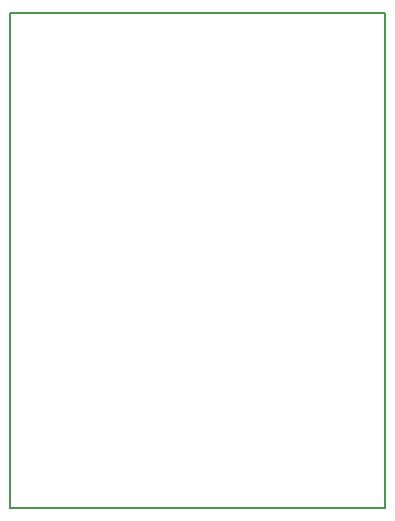
<source format=gbr>
G04 #@! TF.GenerationSoftware,KiCad,Pcbnew,5.1.2*
G04 #@! TF.CreationDate,2019-05-25T23:05:01-04:00*
G04 #@! TF.ProjectId,skateboardController,736b6174-6562-46f6-9172-64436f6e7472,rev?*
G04 #@! TF.SameCoordinates,Original*
G04 #@! TF.FileFunction,Profile,NP*
%FSLAX46Y46*%
G04 Gerber Fmt 4.6, Leading zero omitted, Abs format (unit mm)*
G04 Created by KiCad (PCBNEW 5.1.2) date 2019-05-25 23:05:01*
%MOMM*%
%LPD*%
G04 APERTURE LIST*
%ADD10C,0.150000*%
G04 APERTURE END LIST*
D10*
X102235000Y-78105000D02*
X70485000Y-78105000D01*
X102235000Y-120015000D02*
X102235000Y-78105000D01*
X70485000Y-120015000D02*
X102235000Y-120015000D01*
X70485000Y-78105000D02*
X70485000Y-120015000D01*
M02*

</source>
